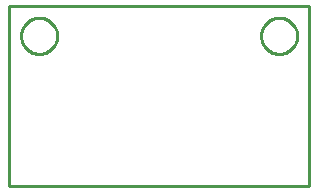
<source format=gbr>
G04 EAGLE Gerber RS-274X export*
G75*
%MOMM*%
%FSLAX34Y34*%
%LPD*%
%IN*%
%IPPOS*%
%AMOC8*
5,1,8,0,0,1.08239X$1,22.5*%
G01*
%ADD10C,0.254000*%


D10*
X0Y0D02*
X254000Y0D01*
X254000Y152400D01*
X0Y152400D01*
X0Y0D01*
X228056Y111760D02*
X226970Y111838D01*
X225892Y111993D01*
X224829Y112224D01*
X223784Y112531D01*
X222764Y112911D01*
X221774Y113363D01*
X220819Y113885D01*
X219903Y114474D01*
X219031Y115126D01*
X218209Y115839D01*
X217439Y116609D01*
X216726Y117431D01*
X216074Y118303D01*
X215485Y119219D01*
X214963Y120174D01*
X214511Y121164D01*
X214131Y122184D01*
X213824Y123229D01*
X213593Y124292D01*
X213438Y125370D01*
X213360Y126456D01*
X213360Y127544D01*
X213438Y128630D01*
X213593Y129708D01*
X213824Y130771D01*
X214131Y131816D01*
X214511Y132836D01*
X214963Y133826D01*
X215485Y134781D01*
X216074Y135697D01*
X216726Y136569D01*
X217439Y137391D01*
X218209Y138161D01*
X219031Y138874D01*
X219903Y139526D01*
X220819Y140115D01*
X221774Y140637D01*
X222764Y141089D01*
X223784Y141469D01*
X224829Y141776D01*
X225892Y142007D01*
X226970Y142162D01*
X228056Y142240D01*
X229144Y142240D01*
X230230Y142162D01*
X231308Y142007D01*
X232371Y141776D01*
X233416Y141469D01*
X234436Y141089D01*
X235426Y140637D01*
X236381Y140115D01*
X237297Y139526D01*
X238169Y138874D01*
X238991Y138161D01*
X239761Y137391D01*
X240474Y136569D01*
X241126Y135697D01*
X241715Y134781D01*
X242237Y133826D01*
X242689Y132836D01*
X243069Y131816D01*
X243376Y130771D01*
X243607Y129708D01*
X243762Y128630D01*
X243840Y127544D01*
X243840Y126456D01*
X243762Y125370D01*
X243607Y124292D01*
X243376Y123229D01*
X243069Y122184D01*
X242689Y121164D01*
X242237Y120174D01*
X241715Y119219D01*
X241126Y118303D01*
X240474Y117431D01*
X239761Y116609D01*
X238991Y115839D01*
X238169Y115126D01*
X237297Y114474D01*
X236381Y113885D01*
X235426Y113363D01*
X234436Y112911D01*
X233416Y112531D01*
X232371Y112224D01*
X231308Y111993D01*
X230230Y111838D01*
X229144Y111760D01*
X228056Y111760D01*
X24856Y111760D02*
X23770Y111838D01*
X22692Y111993D01*
X21629Y112224D01*
X20584Y112531D01*
X19564Y112911D01*
X18574Y113363D01*
X17619Y113885D01*
X16703Y114474D01*
X15831Y115126D01*
X15009Y115839D01*
X14239Y116609D01*
X13526Y117431D01*
X12874Y118303D01*
X12285Y119219D01*
X11763Y120174D01*
X11311Y121164D01*
X10931Y122184D01*
X10624Y123229D01*
X10393Y124292D01*
X10238Y125370D01*
X10160Y126456D01*
X10160Y127544D01*
X10238Y128630D01*
X10393Y129708D01*
X10624Y130771D01*
X10931Y131816D01*
X11311Y132836D01*
X11763Y133826D01*
X12285Y134781D01*
X12874Y135697D01*
X13526Y136569D01*
X14239Y137391D01*
X15009Y138161D01*
X15831Y138874D01*
X16703Y139526D01*
X17619Y140115D01*
X18574Y140637D01*
X19564Y141089D01*
X20584Y141469D01*
X21629Y141776D01*
X22692Y142007D01*
X23770Y142162D01*
X24856Y142240D01*
X25944Y142240D01*
X27030Y142162D01*
X28108Y142007D01*
X29171Y141776D01*
X30216Y141469D01*
X31236Y141089D01*
X32226Y140637D01*
X33181Y140115D01*
X34097Y139526D01*
X34969Y138874D01*
X35791Y138161D01*
X36561Y137391D01*
X37274Y136569D01*
X37926Y135697D01*
X38515Y134781D01*
X39037Y133826D01*
X39489Y132836D01*
X39869Y131816D01*
X40176Y130771D01*
X40407Y129708D01*
X40562Y128630D01*
X40640Y127544D01*
X40640Y126456D01*
X40562Y125370D01*
X40407Y124292D01*
X40176Y123229D01*
X39869Y122184D01*
X39489Y121164D01*
X39037Y120174D01*
X38515Y119219D01*
X37926Y118303D01*
X37274Y117431D01*
X36561Y116609D01*
X35791Y115839D01*
X34969Y115126D01*
X34097Y114474D01*
X33181Y113885D01*
X32226Y113363D01*
X31236Y112911D01*
X30216Y112531D01*
X29171Y112224D01*
X28108Y111993D01*
X27030Y111838D01*
X25944Y111760D01*
X24856Y111760D01*
M02*

</source>
